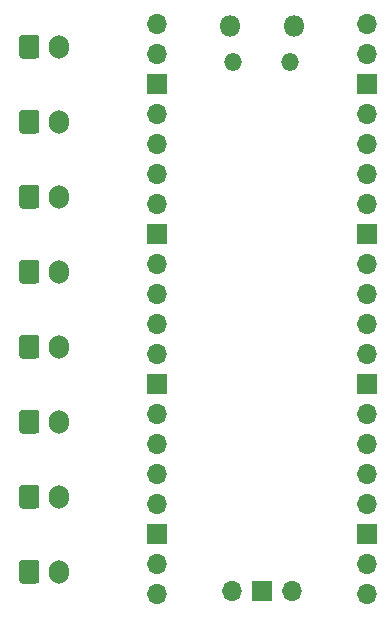
<source format=gbr>
%TF.GenerationSoftware,KiCad,Pcbnew,(5.1.12)-1*%
%TF.CreationDate,2022-01-22T18:57:43-08:00*%
%TF.ProjectId,Button_Board,42757474-6f6e-45f4-926f-6172642e6b69,rev?*%
%TF.SameCoordinates,Original*%
%TF.FileFunction,Soldermask,Bot*%
%TF.FilePolarity,Negative*%
%FSLAX46Y46*%
G04 Gerber Fmt 4.6, Leading zero omitted, Abs format (unit mm)*
G04 Created by KiCad (PCBNEW (5.1.12)-1) date 2022-01-22 18:57:43*
%MOMM*%
%LPD*%
G01*
G04 APERTURE LIST*
%ADD10O,1.700000X1.700000*%
%ADD11R,1.700000X1.700000*%
%ADD12O,1.500000X1.500000*%
%ADD13O,1.800000X1.800000*%
%ADD14O,1.700000X2.000000*%
G04 APERTURE END LIST*
D10*
%TO.C,U1*%
X170180000Y-117753000D03*
D11*
X167640000Y-117753000D03*
D10*
X165100000Y-117753000D03*
D12*
X170065000Y-72883000D03*
X165215000Y-72883000D03*
D13*
X170365000Y-69853000D03*
X164915000Y-69853000D03*
D10*
X176530000Y-69723000D03*
X176530000Y-72263000D03*
D11*
X176530000Y-74803000D03*
D10*
X176530000Y-77343000D03*
X176530000Y-79883000D03*
X176530000Y-82423000D03*
X176530000Y-84963000D03*
D11*
X176530000Y-87503000D03*
D10*
X176530000Y-90043000D03*
X176530000Y-92583000D03*
X176530000Y-95123000D03*
X176530000Y-97663000D03*
D11*
X176530000Y-100203000D03*
D10*
X176530000Y-102743000D03*
X176530000Y-105283000D03*
X176530000Y-107823000D03*
X176530000Y-110363000D03*
D11*
X176530000Y-112903000D03*
D10*
X176530000Y-115443000D03*
X176530000Y-117983000D03*
X158750000Y-117983000D03*
X158750000Y-115443000D03*
D11*
X158750000Y-112903000D03*
D10*
X158750000Y-110363000D03*
X158750000Y-107823000D03*
X158750000Y-105283000D03*
X158750000Y-102743000D03*
D11*
X158750000Y-100203000D03*
D10*
X158750000Y-97663000D03*
X158750000Y-95123000D03*
X158750000Y-92583000D03*
X158750000Y-90043000D03*
D11*
X158750000Y-87503000D03*
D10*
X158750000Y-84963000D03*
X158750000Y-82423000D03*
X158750000Y-79883000D03*
X158750000Y-77343000D03*
D11*
X158750000Y-74803000D03*
D10*
X158750000Y-72263000D03*
X158750000Y-69723000D03*
%TD*%
D14*
%TO.C,J7*%
X150455000Y-116078000D03*
G36*
G01*
X147105000Y-116828000D02*
X147105000Y-115328000D01*
G75*
G02*
X147355000Y-115078000I250000J0D01*
G01*
X148555000Y-115078000D01*
G75*
G02*
X148805000Y-115328000I0J-250000D01*
G01*
X148805000Y-116828000D01*
G75*
G02*
X148555000Y-117078000I-250000J0D01*
G01*
X147355000Y-117078000D01*
G75*
G02*
X147105000Y-116828000I0J250000D01*
G01*
G37*
%TD*%
%TO.C,J6*%
X150455000Y-109728000D03*
G36*
G01*
X147105000Y-110478000D02*
X147105000Y-108978000D01*
G75*
G02*
X147355000Y-108728000I250000J0D01*
G01*
X148555000Y-108728000D01*
G75*
G02*
X148805000Y-108978000I0J-250000D01*
G01*
X148805000Y-110478000D01*
G75*
G02*
X148555000Y-110728000I-250000J0D01*
G01*
X147355000Y-110728000D01*
G75*
G02*
X147105000Y-110478000I0J250000D01*
G01*
G37*
%TD*%
%TO.C,J5*%
X150455000Y-103378000D03*
G36*
G01*
X147105000Y-104128000D02*
X147105000Y-102628000D01*
G75*
G02*
X147355000Y-102378000I250000J0D01*
G01*
X148555000Y-102378000D01*
G75*
G02*
X148805000Y-102628000I0J-250000D01*
G01*
X148805000Y-104128000D01*
G75*
G02*
X148555000Y-104378000I-250000J0D01*
G01*
X147355000Y-104378000D01*
G75*
G02*
X147105000Y-104128000I0J250000D01*
G01*
G37*
%TD*%
%TO.C,J4*%
X150455000Y-97028000D03*
G36*
G01*
X147105000Y-97778000D02*
X147105000Y-96278000D01*
G75*
G02*
X147355000Y-96028000I250000J0D01*
G01*
X148555000Y-96028000D01*
G75*
G02*
X148805000Y-96278000I0J-250000D01*
G01*
X148805000Y-97778000D01*
G75*
G02*
X148555000Y-98028000I-250000J0D01*
G01*
X147355000Y-98028000D01*
G75*
G02*
X147105000Y-97778000I0J250000D01*
G01*
G37*
%TD*%
%TO.C,J3*%
X150455000Y-90678000D03*
G36*
G01*
X147105000Y-91428000D02*
X147105000Y-89928000D01*
G75*
G02*
X147355000Y-89678000I250000J0D01*
G01*
X148555000Y-89678000D01*
G75*
G02*
X148805000Y-89928000I0J-250000D01*
G01*
X148805000Y-91428000D01*
G75*
G02*
X148555000Y-91678000I-250000J0D01*
G01*
X147355000Y-91678000D01*
G75*
G02*
X147105000Y-91428000I0J250000D01*
G01*
G37*
%TD*%
%TO.C,J2*%
X150455000Y-84328000D03*
G36*
G01*
X147105000Y-85078000D02*
X147105000Y-83578000D01*
G75*
G02*
X147355000Y-83328000I250000J0D01*
G01*
X148555000Y-83328000D01*
G75*
G02*
X148805000Y-83578000I0J-250000D01*
G01*
X148805000Y-85078000D01*
G75*
G02*
X148555000Y-85328000I-250000J0D01*
G01*
X147355000Y-85328000D01*
G75*
G02*
X147105000Y-85078000I0J250000D01*
G01*
G37*
%TD*%
%TO.C,J1*%
X150455000Y-77978000D03*
G36*
G01*
X147105000Y-78728000D02*
X147105000Y-77228000D01*
G75*
G02*
X147355000Y-76978000I250000J0D01*
G01*
X148555000Y-76978000D01*
G75*
G02*
X148805000Y-77228000I0J-250000D01*
G01*
X148805000Y-78728000D01*
G75*
G02*
X148555000Y-78978000I-250000J0D01*
G01*
X147355000Y-78978000D01*
G75*
G02*
X147105000Y-78728000I0J250000D01*
G01*
G37*
%TD*%
%TO.C,J0*%
X150455000Y-71628000D03*
G36*
G01*
X147105000Y-72378000D02*
X147105000Y-70878000D01*
G75*
G02*
X147355000Y-70628000I250000J0D01*
G01*
X148555000Y-70628000D01*
G75*
G02*
X148805000Y-70878000I0J-250000D01*
G01*
X148805000Y-72378000D01*
G75*
G02*
X148555000Y-72628000I-250000J0D01*
G01*
X147355000Y-72628000D01*
G75*
G02*
X147105000Y-72378000I0J250000D01*
G01*
G37*
%TD*%
M02*

</source>
